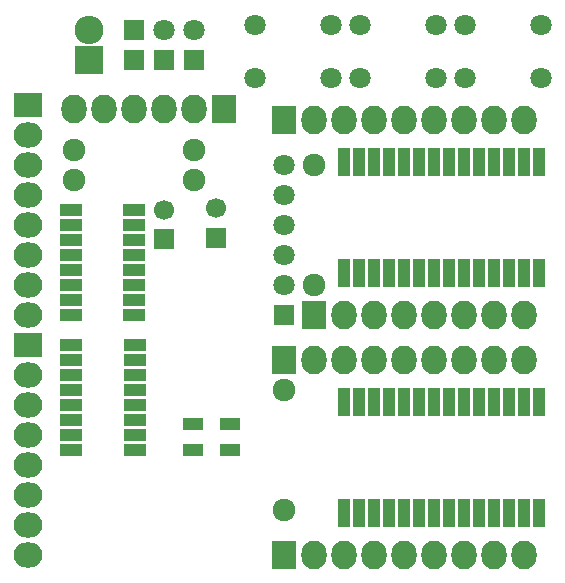
<source format=gts>
G04 #@! TF.FileFunction,Soldermask,Top*
%FSLAX46Y46*%
G04 Gerber Fmt 4.6, Leading zero omitted, Abs format (unit mm)*
G04 Created by KiCad (PCBNEW 4.0.2-stable) date Thursday, August 11, 2016 'amt' 12:54:17 am*
%MOMM*%
G01*
G04 APERTURE LIST*
%ADD10C,0.100000*%
%ADD11R,2.432000X2.432000*%
%ADD12O,2.432000X2.432000*%
%ADD13R,1.000000X2.400000*%
%ADD14R,1.700000X1.700000*%
%ADD15C,1.700000*%
%ADD16C,1.797000*%
%ADD17C,1.924000*%
%ADD18R,2.127200X2.432000*%
%ADD19O,2.127200X2.432000*%
%ADD20R,1.797000X1.797000*%
%ADD21R,1.700000X1.100000*%
%ADD22R,2.432000X2.127200*%
%ADD23O,2.432000X2.127200*%
%ADD24R,1.900000X1.000000*%
G04 APERTURE END LIST*
D10*
D11*
X6705600Y-4445000D03*
D12*
X6705600Y-1905000D03*
D13*
X28270200Y-22480000D03*
X29540200Y-22480000D03*
X30810200Y-22480000D03*
X32080200Y-22480000D03*
X33350200Y-22480000D03*
X34620200Y-22480000D03*
X35890200Y-22480000D03*
X37160200Y-22480000D03*
X38430200Y-22480000D03*
X39700200Y-22480000D03*
X40970200Y-22480000D03*
X42240200Y-22480000D03*
X43510200Y-22480000D03*
X44780200Y-22480000D03*
X44780200Y-13080000D03*
X43510200Y-13080000D03*
X42240200Y-13080000D03*
X40970200Y-13080000D03*
X39700200Y-13080000D03*
X38430200Y-13080000D03*
X37160200Y-13080000D03*
X35890200Y-13080000D03*
X34620200Y-13080000D03*
X33350200Y-13080000D03*
X32080200Y-13080000D03*
X30810200Y-13080000D03*
X29540200Y-13080000D03*
X28270200Y-13080000D03*
D14*
X17399000Y-19518000D03*
D15*
X17399000Y-17018000D03*
D16*
X27190700Y-1469000D03*
X27190700Y-5969000D03*
X20690700Y-1469000D03*
X20690700Y-5969000D03*
D14*
X13030200Y-19645000D03*
D15*
X13030200Y-17145000D03*
D13*
X28270200Y-42800000D03*
X29540200Y-42800000D03*
X30810200Y-42800000D03*
X32080200Y-42800000D03*
X33350200Y-42800000D03*
X34620200Y-42800000D03*
X35890200Y-42800000D03*
X37160200Y-42800000D03*
X38430200Y-42800000D03*
X39700200Y-42800000D03*
X40970200Y-42800000D03*
X42240200Y-42800000D03*
X43510200Y-42800000D03*
X44780200Y-42800000D03*
X44780200Y-33400000D03*
X43510200Y-33400000D03*
X42240200Y-33400000D03*
X40970200Y-33400000D03*
X39700200Y-33400000D03*
X38430200Y-33400000D03*
X37160200Y-33400000D03*
X35890200Y-33400000D03*
X34620200Y-33400000D03*
X33350200Y-33400000D03*
X32080200Y-33400000D03*
X30810200Y-33400000D03*
X29540200Y-33400000D03*
X28270200Y-33400000D03*
D17*
X5435600Y-14605000D03*
X15595600Y-14605000D03*
D18*
X18110200Y-8636000D03*
D19*
X15570200Y-8636000D03*
X13030200Y-8636000D03*
X10490200Y-8636000D03*
X7950200Y-8636000D03*
X5410200Y-8636000D03*
D17*
X25730200Y-23495000D03*
X25730200Y-13335000D03*
D20*
X10515600Y-4445000D03*
X13055600Y-4445000D03*
X15595600Y-4445000D03*
D21*
X15518200Y-35265000D03*
X15518200Y-37465000D03*
X18618200Y-37465000D03*
X18618200Y-35265000D03*
D22*
X1498600Y-8255000D03*
D23*
X1498600Y-10795000D03*
X1498600Y-13335000D03*
X1498600Y-15875000D03*
X1498600Y-18415000D03*
X1498600Y-20955000D03*
X1498600Y-23495000D03*
X1498600Y-26035000D03*
D22*
X1498600Y-28575000D03*
D23*
X1498600Y-31115000D03*
X1498600Y-33655000D03*
X1498600Y-36195000D03*
X1498600Y-38735000D03*
X1498600Y-41275000D03*
X1498600Y-43815000D03*
X1498600Y-46355000D03*
D18*
X23190200Y-9525000D03*
D19*
X25730200Y-9525000D03*
X28270200Y-9525000D03*
X30810200Y-9525000D03*
X33350200Y-9525000D03*
X35890200Y-9525000D03*
X38430200Y-9525000D03*
X40970200Y-9525000D03*
X43510200Y-9525000D03*
D18*
X25730200Y-26035000D03*
D19*
X28270200Y-26035000D03*
X30810200Y-26035000D03*
X33350200Y-26035000D03*
X35890200Y-26035000D03*
X38430200Y-26035000D03*
X40970200Y-26035000D03*
X43510200Y-26035000D03*
D18*
X23190200Y-29845000D03*
D19*
X25730200Y-29845000D03*
X28270200Y-29845000D03*
X30810200Y-29845000D03*
X33350200Y-29845000D03*
X35890200Y-29845000D03*
X38430200Y-29845000D03*
X40970200Y-29845000D03*
X43510200Y-29845000D03*
D18*
X23190200Y-46355000D03*
D19*
X25730200Y-46355000D03*
X28270200Y-46355000D03*
X30810200Y-46355000D03*
X33350200Y-46355000D03*
X35890200Y-46355000D03*
X38430200Y-46355000D03*
X40970200Y-46355000D03*
X43510200Y-46355000D03*
D17*
X23190200Y-32385000D03*
X23190200Y-42545000D03*
X5435600Y-12065000D03*
X15595600Y-12065000D03*
D20*
X23190200Y-26035000D03*
D16*
X23190200Y-23495000D03*
X23190200Y-20955000D03*
X23190200Y-18415000D03*
X23190200Y-15875000D03*
X23190200Y-13335000D03*
D20*
X10515600Y-1905000D03*
D16*
X13055600Y-1905000D03*
X15595600Y-1905000D03*
D24*
X5115600Y-17145000D03*
X5115600Y-18415000D03*
X5115600Y-19685000D03*
X5115600Y-20955000D03*
X5115600Y-22225000D03*
X5115600Y-23495000D03*
X5115600Y-24765000D03*
X5115600Y-26035000D03*
X10515600Y-26035000D03*
X10515600Y-24765000D03*
X10515600Y-23495000D03*
X10515600Y-22225000D03*
X10515600Y-20955000D03*
X10515600Y-19685000D03*
X10515600Y-18415000D03*
X10515600Y-17145000D03*
X5148600Y-28575000D03*
X5148600Y-29845000D03*
X5148600Y-31115000D03*
X5148600Y-32385000D03*
X5148600Y-33655000D03*
X5148600Y-34925000D03*
X5148600Y-36195000D03*
X5148600Y-37465000D03*
X10548600Y-37465000D03*
X10548600Y-36195000D03*
X10548600Y-34925000D03*
X10548600Y-33655000D03*
X10548600Y-32385000D03*
X10548600Y-31115000D03*
X10548600Y-29845000D03*
X10548600Y-28575000D03*
D16*
X36080700Y-1469000D03*
X36080700Y-5969000D03*
X29580700Y-1469000D03*
X29580700Y-5969000D03*
X44970700Y-1469000D03*
X44970700Y-5969000D03*
X38470700Y-1469000D03*
X38470700Y-5969000D03*
M02*

</source>
